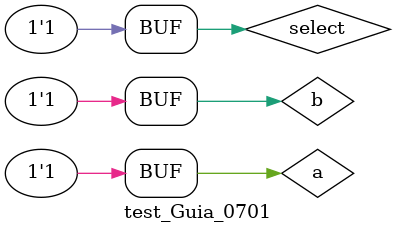
<source format=v>
/*
 Guia_0701.v
 0860668 - Ana Clara Lonczynski
*/

module Guia_0701 (output and_out, output nand_out, output selected_out, input a, input b, input select);

// Definindo as operações lógicas
wire and_result;
wire nand_result;

assign and_result = a & b;    // Operação AND
assign nand_result = ~(a & b); // Operação NAND

// Atribuindo saídas independentes
assign and_out = and_result;
assign nand_out = nand_result;

// Saída selecionável pela chave de seleção (0 -> NAND, 1 -> AND)
assign selected_out = (select) ? and_result : nand_result;

endmodule

// Módulo de teste
module test_Guia_0701;

reg a, b, select;
wire and_out, nand_out, selected_out;

// Instanciando o módulo principal
Guia_0701 LU (and_out, nand_out, selected_out, a, b, select);

// Início dos testes
initial begin
    $display("Guia_0701 - Testes da Unidade Lógica");
    $display("a b select | AND  NAND  Selected");
    $monitor("%b %b   %b    |  %b     %b     %b", a, b, select, and_out, nand_out, selected_out);

    // Testes com combinações de entradas e chaves de seleção
    a = 0; b = 0; select = 0; #10;
    a = 0; b = 1; select = 0; #10;
    a = 1; b = 0; select = 0; #10;
    a = 1; b = 1; select = 0; #10;

    select = 1; // Mudando a chave de seleção para testar a operação AND
    a = 0; b = 0; #10;
    a = 0; b = 1; #10;
    a = 1; b = 0; #10;
    a = 1; b = 1; #10;
end

endmodule

</source>
